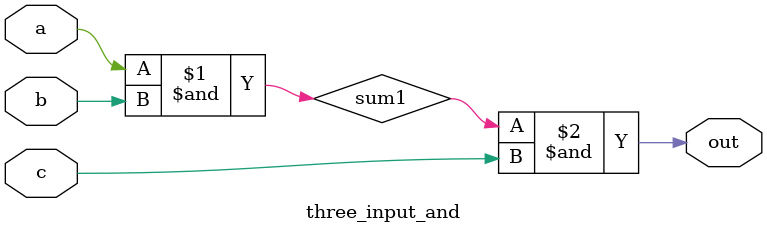
<source format=v>
module three_input_and(a,b,c,out);
    input a, b,c;
    output out;
    wire sum1;

    and x1(sum1,a,b);
    and x2(out,sum1,c);


endmodule



</source>
